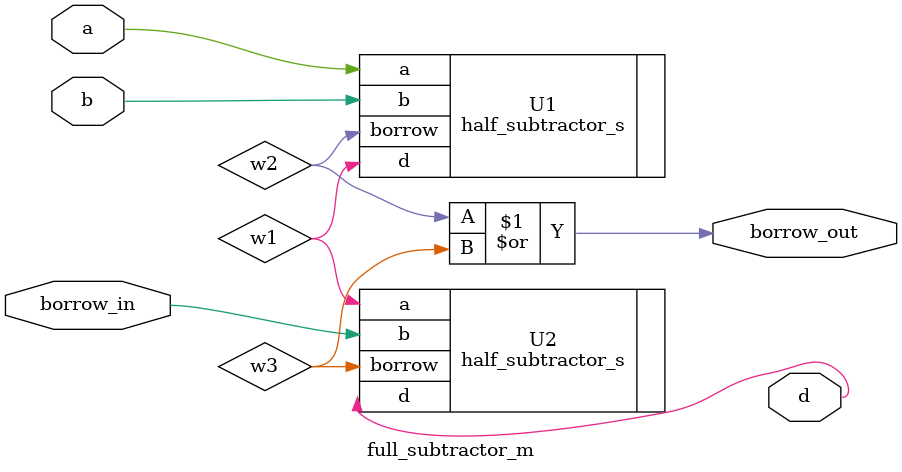
<source format=v>
`include "half_subtractor_s.v"

module full_subtractor_m(
    input a,
    input b,
    input borrow_in,
    output d,
    output borrow_out
    );

    wire w1, w2, w3;

    half_subtractor_s U1(.a(a), .b(b), .d(w1), .borrow(w2));
    half_subtractor_s U2(.a(w1), .b(borrow_in), .d(d), .borrow(w3));
    or U3(borrow_out, w2, w3);

endmodule
</source>
